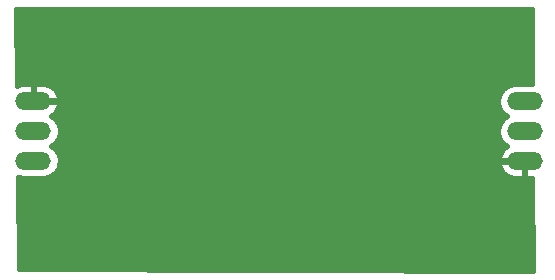
<source format=gbr>
G04 #@! TF.FileFunction,Copper,L2,Bot,Signal*
%FSLAX46Y46*%
G04 Gerber Fmt 4.6, Leading zero omitted, Abs format (unit mm)*
G04 Created by KiCad (PCBNEW 4.0.5) date Saturday, 18. February 2017 'u33' 22:33:09*
%MOMM*%
%LPD*%
G01*
G04 APERTURE LIST*
%ADD10C,0.100000*%
%ADD11O,3.010000X1.510000*%
%ADD12C,0.600000*%
%ADD13C,0.400000*%
G04 APERTURE END LIST*
D10*
D11*
X58600000Y-29800000D03*
X58600000Y-27260000D03*
X58600000Y-24720000D03*
X17000000Y-24700000D03*
X17000000Y-27240000D03*
X17000000Y-29780000D03*
D12*
X29100000Y-37800000D03*
X46800000Y-36400000D03*
X46700000Y-29000000D03*
X46800000Y-21200000D03*
X35300000Y-21200000D03*
X28900000Y-22600000D03*
X19500000Y-24700000D03*
X22800000Y-23400000D03*
X35200000Y-36500000D03*
X24700000Y-36300000D03*
X22800000Y-31300000D03*
X29200000Y-30400000D03*
X35400000Y-28900000D03*
X39700000Y-30500000D03*
X39300000Y-37800000D03*
X50900000Y-37800000D03*
X50900000Y-30400000D03*
X56300000Y-29800000D03*
X50800000Y-22600000D03*
X39600000Y-22700000D03*
D13*
G36*
X59229011Y-23257000D02*
X57806645Y-23257000D01*
X57246779Y-23368364D01*
X56772148Y-23685503D01*
X56455009Y-24160134D01*
X56343645Y-24720000D01*
X56455009Y-25279866D01*
X56772148Y-25754497D01*
X57124602Y-25990000D01*
X56772148Y-26225503D01*
X56455009Y-26700134D01*
X56343645Y-27260000D01*
X56455009Y-27819866D01*
X56772148Y-28294497D01*
X57140869Y-28540869D01*
X56777319Y-28803686D01*
X56477699Y-29290023D01*
X56414444Y-29517957D01*
X56565134Y-29746000D01*
X58546000Y-29746000D01*
X58546000Y-29726000D01*
X58654000Y-29726000D01*
X58654000Y-29746000D01*
X58674000Y-29746000D01*
X58674000Y-29854000D01*
X58654000Y-29854000D01*
X58654000Y-31263000D01*
X59264436Y-31263000D01*
X59299109Y-39099083D01*
X15797351Y-38900897D01*
X15693423Y-31140914D01*
X16206645Y-31243000D01*
X17793355Y-31243000D01*
X18353221Y-31131636D01*
X18827852Y-30814497D01*
X19144991Y-30339866D01*
X19196275Y-30082043D01*
X56414444Y-30082043D01*
X56477699Y-30309977D01*
X56777319Y-30796314D01*
X57240245Y-31130971D01*
X57796000Y-31263000D01*
X58546000Y-31263000D01*
X58546000Y-29854000D01*
X56565134Y-29854000D01*
X56414444Y-30082043D01*
X19196275Y-30082043D01*
X19256355Y-29780000D01*
X19144991Y-29220134D01*
X18827852Y-28745503D01*
X18475398Y-28510000D01*
X18827852Y-28274497D01*
X19144991Y-27799866D01*
X19256355Y-27240000D01*
X19144991Y-26680134D01*
X18827852Y-26205503D01*
X18459131Y-25959131D01*
X18822681Y-25696314D01*
X19122301Y-25209977D01*
X19185556Y-24982043D01*
X19034866Y-24754000D01*
X17054000Y-24754000D01*
X17054000Y-24774000D01*
X16946000Y-24774000D01*
X16946000Y-24754000D01*
X16926000Y-24754000D01*
X16926000Y-24646000D01*
X16946000Y-24646000D01*
X16946000Y-23237000D01*
X17054000Y-23237000D01*
X17054000Y-24646000D01*
X19034866Y-24646000D01*
X19185556Y-24417957D01*
X19122301Y-24190023D01*
X18822681Y-23703686D01*
X18359755Y-23369029D01*
X17804000Y-23237000D01*
X17054000Y-23237000D01*
X16946000Y-23237000D01*
X16196000Y-23237000D01*
X15640245Y-23369029D01*
X15589823Y-23405480D01*
X15502696Y-16900000D01*
X59200883Y-16900000D01*
X59229011Y-23257000D01*
X59229011Y-23257000D01*
G37*
X59229011Y-23257000D02*
X57806645Y-23257000D01*
X57246779Y-23368364D01*
X56772148Y-23685503D01*
X56455009Y-24160134D01*
X56343645Y-24720000D01*
X56455009Y-25279866D01*
X56772148Y-25754497D01*
X57124602Y-25990000D01*
X56772148Y-26225503D01*
X56455009Y-26700134D01*
X56343645Y-27260000D01*
X56455009Y-27819866D01*
X56772148Y-28294497D01*
X57140869Y-28540869D01*
X56777319Y-28803686D01*
X56477699Y-29290023D01*
X56414444Y-29517957D01*
X56565134Y-29746000D01*
X58546000Y-29746000D01*
X58546000Y-29726000D01*
X58654000Y-29726000D01*
X58654000Y-29746000D01*
X58674000Y-29746000D01*
X58674000Y-29854000D01*
X58654000Y-29854000D01*
X58654000Y-31263000D01*
X59264436Y-31263000D01*
X59299109Y-39099083D01*
X15797351Y-38900897D01*
X15693423Y-31140914D01*
X16206645Y-31243000D01*
X17793355Y-31243000D01*
X18353221Y-31131636D01*
X18827852Y-30814497D01*
X19144991Y-30339866D01*
X19196275Y-30082043D01*
X56414444Y-30082043D01*
X56477699Y-30309977D01*
X56777319Y-30796314D01*
X57240245Y-31130971D01*
X57796000Y-31263000D01*
X58546000Y-31263000D01*
X58546000Y-29854000D01*
X56565134Y-29854000D01*
X56414444Y-30082043D01*
X19196275Y-30082043D01*
X19256355Y-29780000D01*
X19144991Y-29220134D01*
X18827852Y-28745503D01*
X18475398Y-28510000D01*
X18827852Y-28274497D01*
X19144991Y-27799866D01*
X19256355Y-27240000D01*
X19144991Y-26680134D01*
X18827852Y-26205503D01*
X18459131Y-25959131D01*
X18822681Y-25696314D01*
X19122301Y-25209977D01*
X19185556Y-24982043D01*
X19034866Y-24754000D01*
X17054000Y-24754000D01*
X17054000Y-24774000D01*
X16946000Y-24774000D01*
X16946000Y-24754000D01*
X16926000Y-24754000D01*
X16926000Y-24646000D01*
X16946000Y-24646000D01*
X16946000Y-23237000D01*
X17054000Y-23237000D01*
X17054000Y-24646000D01*
X19034866Y-24646000D01*
X19185556Y-24417957D01*
X19122301Y-24190023D01*
X18822681Y-23703686D01*
X18359755Y-23369029D01*
X17804000Y-23237000D01*
X17054000Y-23237000D01*
X16946000Y-23237000D01*
X16196000Y-23237000D01*
X15640245Y-23369029D01*
X15589823Y-23405480D01*
X15502696Y-16900000D01*
X59200883Y-16900000D01*
X59229011Y-23257000D01*
M02*

</source>
